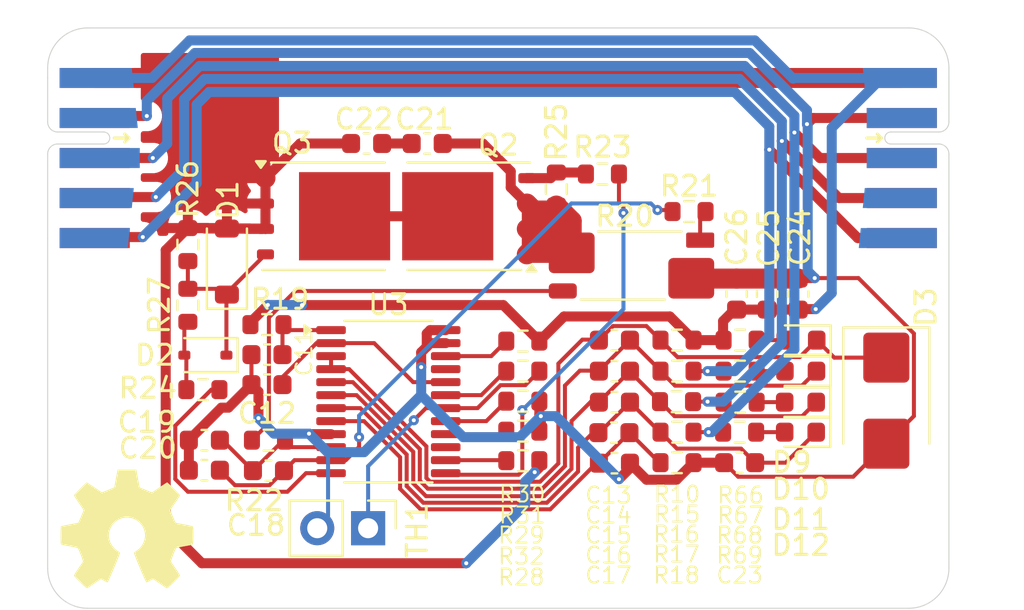
<source format=kicad_pcb>
(kicad_pcb (version 20241229) (generator "pcbnew") (generator_version "9.0")
  (layers (0 "F.Cu" signal) (2 "B.Cu" signal) (13 "F.Paste" user) (15 "B.Paste" user) (5 "F.SilkS" user "F.Silkscreen") (7 "B.SilkS" user "B.Silkscreen") (1 "F.Mask" user) (3 "B.Mask" user) (25 "Edge.Cuts" user))
  (net 0 "")
  (net 1 "/balancer/C4")
  (net 2 "/balancer/C3")
  (net 3 "/balancer/C2")
  (net 4 "/balancer/C1")
  (net 5 "/balancer/C0")
  (net 6 "Net-(U3-AVDD)")
  (net 7 "/balancer/VC4")
  (net 8 "/balancer/VC3")
  (net 9 "/balancer/VC2")
  (net 10 "/balancer/VC1")
  (net 11 "/balancer/VC0")
  (net 12 "/balancer/BMS_SRN")
  (net 13 "/balancer/BMS_SRP")
  (net 14 "Net-(C21-Pad1)")
  (net 15 "Net-(C21-Pad2)")
  (net 16 "GND")
  (net 17 "/balancer/DSG")
  (net 18 "Net-(D2-A)")
  (net 19 "Net-(D9-A)")
  (net 20 "Net-(D10-A)")
  (net 21 "Net-(D11-A)")
  (net 22 "Net-(D12-A)")
  (net 23 "/balancer/CHG")
  (net 24 "Net-(Q2-D)")
  (net 25 "Net-(R20-Pad3)")
  (net 26 "Net-(R20-Pad2)")
  (net 27 "Net-(U3-CHG)")
  (net 28 "Net-(U3-DSG)")
  (net 29 "/balancer/LD")
  (net 30 "Net-(U3-OCDP)")
  (net 31 "/balancer/PRES")
  (net 32 "Net-(U3-TS)")
  (net 33 "Net-(U3-VTB)")
  (net 34 "/balancer/CBI")
  (net 37 "Net-(U3-VDD)")
  (footprint "Resistor_SMD:R_0603_1608Metric" (layer "F.Cu") (at 147 100.825 -90)
    (property "Reference" "R26")
    (property "Value" "3M")
  )
  (footprint "Resistor_SMD:R_0603_1608Metric" (layer "F.Cu") (at 171.4 108.675 180)
    (property "Reference" "R16")
    (property "Value" "33R")
  )
  (footprint "on_edge:on_edge_2x05_host" (layer "F.Cu") (at 185 96.5 -90)
    (property "Reference" "J2")
    (property "Value" "022_battery_cells")
    (fp_line (start -0.7 2.9) (end -0.7 0.5) (stroke (width 0.05)) (layer "Edge.Cuts"))
    (fp_line (start -1.3 0.5) (end -1.3 2.9) (stroke (width 0.05)) (layer "Edge.Cuts"))
    (fp_line (start -4 0) (end -1.8 0) (stroke (width 0.05)) (layer "Edge.Cuts"))
    (fp_line (start -0.2 0) (end 4 0) (stroke (width 0.05)) (layer "Edge.Cuts"))
    (fp_arc (start -0.7 2.9) (mid -1 3.2) (end -1.3 2.9) (stroke (width 0.05)) (layer "Edge.Cuts"))
    (fp_arc (start -0.7 0.5) (mid -0.553553 0.146447) (end -0.2 0) (stroke (width 0.05)) (layer "Edge.Cuts"))
    (fp_arc (start -1.8 0) (mid -1.446447 0.146447) (end -1.3 0.5) (stroke (width 0.05)) (layer "Edge.Cuts"))
  )
  (footprint "on_edge:on_edge_2x05_device" (layer "F.Cu") (at 140 96.5 -90)
    (property "Reference" "J1")
    (property "Value" "022_battery_cells")
    (fp_line (start -4 0) (end -1.8 0) (stroke (width 0.05)) (layer "Edge.Cuts"))
    (fp_line (start -0.2 0) (end 4 0) (stroke (width 0.05)) (layer "Edge.Cuts"))
    (fp_line (start -0.7 -0.5) (end -0.7 -2.8) (stroke (width 0.05)) (layer "Edge.Cuts"))
    (fp_line (start -1.3 -2.8) (end -1.3 -0.5) (stroke (width 0.05)) (layer "Edge.Cuts"))
    (fp_arc (start -0.2 0) (mid -0.553553 -0.146447) (end -0.7 -0.5) (stroke (width 0.05)) (layer "Edge.Cuts"))
    (fp_arc (start -1.3 -0.5) (mid -1.446447 -0.146447) (end -1.8 0) (stroke (width 0.05)) (layer "Edge.Cuts"))
    (fp_arc (start -1.3 -2.8) (mid -1 -3.1) (end -0.7 -2.8) (stroke (width 0.05)) (layer "Edge.Cuts"))
  )
  (footprint "Package_TO_SOT_SMD:TDSON-8-1" (layer "F.Cu") (at 161.025 99.41 180)
    (property "Reference" "Q2")
    (property "Value" "CSD18534Q5A")
  )
  (footprint "Capacitor_SMD:C_0603_1608Metric" (layer "F.Cu") (at 168.3 107.15)
    (property "Reference" "C14")
    (property "Value" "1uF")
  )
  (footprint "Resistor_SMD:R_0603_1608Metric" (layer "F.Cu") (at 172.025 99.175 180)
    (property "Reference" "R21")
    (property "Value" "100R")
  )
  (footprint "Package_TO_SOT_SMD:TDSON-8-1" (layer "F.Cu") (at 153.775 99.41)
    (property "Reference" "Q3")
    (property "Value" "CSD18534Q5A")
  )
  (footprint "Symbol:OSHW-Symbol_6.7x6mm_SilkScreen" (layer "F.Cu") (at 143.95 115.05)
    (property "Reference" "LOGO1" (hide yes))
    (property "Value" "Logo_Open_Hardware_Small" (hide yes))
  )
  (footprint "Capacitor_SMD:C_0603_1608Metric" (layer "F.Cu") (at 175.925 103.3 90)
    (property "Reference" "C25")
    (property "Value" "10uF")
  )
  (footprint "Capacitor_SMD:C_0603_1608Metric" (layer "F.Cu") (at 150.95 106.325 180)
    (property "Reference" "C11")
    (property "Value" "1uF")
  )
  (footprint "LED_SMD:LED_0603_1608Metric" (layer "F.Cu") (at 177.6 107.15 180)
    (property "Reference" "D10")
    (property "Value" "C3 LED")
  )
  (footprint "Package_SO:TSSOP-24_4.4x7.8mm_P0.65mm" (layer "F.Cu") (at 157.0125 108.675)
    (property "Reference" "U3")
    (property "Value" "BQ7791501PWR")
  )
  (footprint "Resistor_SMD:R_0603_1608Metric" (layer "F.Cu") (at 171.425 107.15 180)
    (property "Reference" "R15")
    (property "Value" "33R")
  )
  (footprint "Capacitor_SMD:C_0603_1608Metric" (layer "F.Cu") (at 174.4 103.3 90)
    (property "Reference" "C26")
    (property "Value" "100nF")
  )
  (footprint "Resistor_SMD:R_0603_1608Metric" (layer "F.Cu") (at 171.425 111.725 180)
    (property "Reference" "R18")
    (property "Value" "33R")
  )
  (footprint "Resistor_SMD:R_0603_1608Metric" (layer "F.Cu") (at 174.575 108.7)
    (property "Reference" "R68")
    (property "Value" "1k")
  )
  (footprint "Resistor_SMD:R_0603_1608Metric" (layer "F.Cu") (at 174.575 107.15)
    (property "Reference" "R67")
    (property "Value" "1k")
  )
  (footprint "Resistor_SMD:R_0603_1608Metric" (layer "F.Cu") (at 165.4 98.05 90)
    (property "Reference" "R25")
    (property "Value" "10M")
  )
  (footprint "LED_SMD:LED_0603_1608Metric" (layer "F.Cu") (at 177.5875 110.2 180)
    (property "Reference" "D12")
    (property "Value" "C1 LED")
  )
  (footprint "Capacitor_SMD:C_0603_1608Metric" (layer "F.Cu") (at 177.475 103.3 90)
    (property "Reference" "C24")
    (property "Value" "10uF")
  )
  (footprint "Resistor_SMD:R_0603_1608Metric" (layer "F.Cu") (at 151.025 110.6)
    (property "Reference" "R22")
    (property "Value" "100R")
  )
  (footprint "Resistor_SMD:R_0603_1608Metric" (layer "F.Cu") (at 163.725 111.625 180)
    (property "Reference" "R28")
    (property "Value" "470k")
  )
  (footprint "Resistor_SMD:R_0603_1608Metric" (layer "F.Cu") (at 147.75 108.075 180)
    (property "Reference" "R24")
    (property "Value" "5.1k")
  )
  (footprint "Resistor_SMD:R_0603_1608Metric" (layer "F.Cu") (at 163.725 107.15)
    (property "Reference" "R31")
    (property "Value" "10k")
  )
  (footprint "Resistor_SMD:R_0603_1608Metric" (layer "F.Cu") (at 171.425 110.2 180)
    (property "Reference" "R17")
    (property "Value" "33R")
  )
  (footprint "Resistor_SMD:R_0603_1608Metric" (layer "F.Cu") (at 171.425 105.6 180)
    (property "Reference" "R10")
    (property "Value" "33R")
  )
  (footprint "Capacitor_SMD:C_0603_1608Metric" (layer "F.Cu") (at 168.3 108.7)
    (property "Reference" "C15")
    (property "Value" "1uF")
  )
  (footprint "Resistor_SMD:R_0603_1608Metric" (layer "F.Cu") (at 150.95 104.825)
    (property "Reference" "R19")
    (property "Value" "1k")
  )
  (footprint "Capacitor_SMD:C_0603_1608Metric" (layer "F.Cu") (at 168.3 105.6)
    (property "Reference" "C13")
    (property "Value" "1uF")
  )
  (footprint "Resistor_SMD:R_0603_1608Metric" (layer "F.Cu") (at 163.725 105.65)
    (property "Reference" "R30")
    (property "Value" "10k")
  )
  (footprint "Capacitor_SMD:C_0603_1608Metric" (layer "F.Cu") (at 150.95 107.825 180)
    (property "Reference" "C12")
    (property "Value" "1uF")
  )
  (footprint "Connector_PinHeader_2.54mm:PinHeader_1x02_P2.54mm_Vertical" (layer "F.Cu") (at 156 115 -90)
    (property "Reference" "TH1")
    (property "Value" "103AT 10k")
  )
  (footprint "LED_SMD:LED_0603_1608Metric" (layer "F.Cu") (at 177.6125 105.6 180)
    (property "Reference" "D9")
    (property "Value" "C4 LED")
  )
  (footprint "Capacitor_SMD:C_0603_1608Metric" (layer "F.Cu") (at 147.825 112.1 180)
    (property "Reference" "C20")
    (property "Value" "0.1uF")
  )
  (footprint "Capacitor_SMD:C_0603_1608Metric" (layer "F.Cu") (at 155.925 95.775 180)
    (property "Reference" "C22")
    (property "Value" "0.1uF")
  )
  (footprint "LED_SMD:LED_0603_1608Metric" (layer "F.Cu") (at 177.5875 108.7 180)
    (property "Reference" "D11")
    (property "Value" "C2 LED")
  )
  (footprint "Resistor_SMD:R_Shunt_Vishay_WSK2512_6332Metric_T1.19mm" (layer "F.Cu") (at 169.15 101.875 180)
    (property "Reference" "R20")
    (property "Value" "15mΩ SHUNT RLP25FEER015")
  )
  (footprint "Capacitor_SMD:C_0603_1608Metric" (layer "F.Cu") (at 168.275 110.225)
    (property "Reference" "C16")
    (property "Value" "1uF")
  )
  (footprint "Resistor_SMD:R_0603_1608Metric" (layer "F.Cu") (at 163.725 110.15)
    (property "Reference" "R32")
    (property "Value" "10k")
  )
  (footprint "Capacitor_SMD:C_0603_1608Metric" (layer "F.Cu") (at 151.025 112.125 180)
    (property "Reference" "C18")
    (property "Value" "0.1uF")
  )
  (footprint "Diode_SMD:D_SOD-323" (layer "F.Cu") (at 147.875 106.35 180)
    (property "Reference" "D2")
    (property "Value" "BAS316")
  )
  (footprint "Capacitor_SMD:C_0603_1608Metric" (layer "F.Cu") (at 168.3 111.75)
    (property "Reference" "C17")
    (property "Value" "1uF")
  )
  (footprint "Diode_SMD:D_SOD-123" (layer "F.Cu") (at 148.95 101.675 90)
    (property "Reference" "D1")
    (property "Value" "MMSZ5248B")
  )
  (footprint "Resistor_SMD:R_0603_1608Metric" (layer "F.Cu") (at 167.7 97.3 180)
    (property "Reference" "R23")
    (property "Value" "5.1k")
  )
  (footprint "Capacitor_SMD:C_0603_1608Metric" (layer "F.Cu") (at 158.95 95.775 180)
    (property "Reference" "C21")
    (property "Value" "0.1uF")
  )
  (footprint "Resistor_SMD:R_0603_1608Metric" (layer "F.Cu") (at 174.55 110.2)
    (property "Reference" "R69")
    (property "Value" "1k")
  )
  (footprint "Capacitor_SMD:C_0603_1608Metric" (layer "F.Cu") (at 174.55 111.725 180)
    (property "Reference" "C23")
    (property "Value" "1uF")
  )
  (footprint "Capacitor_SMD:C_0603_1608Metric" (layer "F.Cu") (at 147.825 110.6 180)
    (property "Reference" "C19")
    (property "Value" "0.1uF")
  )
  (footprint "Resistor_SMD:R_0603_1608Metric" (layer "F.Cu") (at 147 103.86 90)
    (property "Reference" "R27")
    (property "Value" "1M")
  )
  (footprint "Diode_SMD:D_SMB" (layer "F.Cu") (at 181.875 108.625 -90)
    (property "Reference" "D3")
    (property "Value" "SMBJ26A-13-F")
  )
  (footprint "Resistor_SMD:R_0603_1608Metric" (layer "F.Cu") (at 163.725 108.65)
    (property "Reference" "R29")
    (property "Value" "100k")
  )
  (footprint "Resistor_SMD:R_0603_1608Metric" (layer "F.Cu") (at 174.575 105.6)
    (property "Reference" "R66")
    (property "Value" "1k")
  )
  (gr_line (start 142 90) (end 183 90) (stroke (width 0.05)) (layer "Edge.Cuts"))
  (gr_arc (start 185 117) (mid 184.414214 118.414214) (end 183 119) (stroke (width 0.05)) (layer "Edge.Cuts"))
  (gr_line (start 183 119) (end 142 119) (stroke (width 0.05)) (layer "Edge.Cuts"))
  (gr_arc (start 183 90) (mid 184.414214 90.585786) (end 185 92) (stroke (width 0.05)) (layer "Edge.Cuts"))
  (gr_line (start 140 92.5) (end 140 92) (stroke (width 0.05)) (layer "Edge.Cuts"))
  (gr_arc (start 142 119) (mid 140.585786 118.414214) (end 140 117) (stroke (width 0.05)) (layer "Edge.Cuts"))
  (gr_line (start 185 117) (end 185 100.5) (stroke (width 0.05)) (layer "Edge.Cuts"))
  (gr_line (start 140 117) (end 140 100.5) (stroke (width 0.05)) (layer "Edge.Cuts"))
  (gr_arc (start 140 92) (mid 140.585786 90.585786) (end 142 90) (stroke (width 0.05)) (layer "Edge.Cuts"))
  (gr_line (start 185 92.5) (end 185 92) (stroke (width 0.05)) (layer "Edge.Cuts"))
  (segment (start 173.725 105.575) (end 173.75 105.6) (width 0.5) (layer "F.Cu") (net 1))
  (segment (start 164.55 105.65) (end 165.781 104.419) (width 0.5) (layer "F.Cu") (net 1))
  (segment (start 150.125 104.713182) (end 150.994091 103.844091) (width 0.5) (layer "F.Cu") (net 1))
  (segment (start 174.4 104.075) (end 174.3 104.075) (width 0.5) (layer "F.Cu") (net 1))
  (segment (start 177.475 104.075) (end 175.925 104.075) (width 0.5) (layer "F.Cu") (net 1))
  (segment (start 177.5 104.05) (end 177.475 104.075) (width 0.5) (layer "F.Cu") (net 1))
  (segment (start 152.7 103.85) (end 162.75 103.85) (width 0.5) (layer "F.Cu") (net 1))
  (segment (start 162.75 103.85) (end 164.55 105.65) (width 0.5) (layer "F.Cu") (net 1))
  (segment (start 150.125 104.825) (end 150.125 104.713182) (width 0.5) (layer "F.Cu") (net 1))
  (segment (start 174.3 104.075) (end 173.725 104.65) (width 0.5) (layer "F.Cu") (net 1))
  (segment (start 172.25 105.6) (end 173.75 105.6) (width 0.5) (layer "F.Cu") (net 1))
  (segment (start 175.925 104.075) (end 174.4 104.075) (width 0.5) (layer "F.Cu") (net 1))
  (segment (start 178.35 104.05) (end 177.5 104.05) (width 0.5) (layer "F.Cu") (net 1))
  (segment (start 171.069 104.419) (end 172.25 105.6) (width 0.5) (layer "F.Cu") (net 1))
  (segment (start 173.725 104.65) (end 173.725 105.575) (width 0.5) (layer "F.Cu") (net 1))
  (segment (start 165.781 104.419) (end 171.069 104.419) (width 0.5) (layer "F.Cu") (net 1))
  (via (at 152.7 103.85) (size 0.5) (drill 0.2) (layers "F.Cu" "B.Cu") (net 1))
  (via (at 178.35 104.05) (size 0.5) (drill 0.2) (layers "F.Cu" "B.Cu") (net 1))
  (via (at 150.994091 103.844091) (size 0.5) (drill 0.2) (layers "F.Cu" "B.Cu") (net 1))
  (segment (start 145.211874 92.5) (end 147.089874 90.622) (width 0.5) (layer "B.Cu") (net 1))
  (segment (start 142.4 92.5) (end 145.211874 92.5) (width 0.5) (layer "B.Cu") (net 1))
  (segment (start 181.644 92.5) (end 179.15 94.994) (width 0.5) (layer "B.Cu") (net 1))
  (segment (start 175.310126 90.622) (end 177.219063 92.530937) (width 0.5) (layer "B.Cu") (net 1))
  (segment (start 177.25 92.5) (end 182.6 92.5) (width 0.5) (layer "B.Cu") (net 1))
  (segment (start 182.6 92.5) (end 181.644 92.5) (width 0.5) (layer "B.Cu") (net 1))
  (segment (start 177.219063 92.530937) (end 177.25 92.5) (width 0.5) (layer "B.Cu") (net 1))
  (segment (start 179.15 94.994) (end 179.15 103.25) (width 0.5) (layer "B.Cu") (net 1))
  (segment (start 179.15 103.25) (end 178.35 104.05) (width 0.5) (layer "B.Cu") (net 1))
  (segment (start 147.089874 90.622) (end 175.310126 90.622) (width 0.5) (layer "B.Cu") (net 1))
  (segment (start 152.694091 103.844091) (end 152.7 103.85) (width 0.5) (layer "B.Cu") (net 1))
  (segment (start 150.994091 103.844091) (end 152.694091 103.844091) (width 0.5) (layer "B.Cu") (net 1))
  (segment (start 172.25 107.15) (end 172.95 107.15) (width 0.2) (layer "F.Cu") (net 2))
  (segment (start 142.4 100.45) (end 142.35 100.5) (width 0.5) (layer "F.Cu") (net 2))
  (segment (start 180.45 100.5) (end 182.65 100.5) (width 0.5) (layer "F.Cu") (net 2))
  (segment (start 144.75 100.45) (end 142.4 100.45) (width 0.5) (layer "F.Cu") (net 2))
  (segment (start 176.032189 96.082189) (end 180.45 100.5) (width 0.5) (layer "F.Cu") (net 2))
  (segment (start 172.95 107.15) (end 173.75 107.15) (width 0.2) (layer "F.Cu") (net 2))
  (via (at 176.032189 96.082189) (size 0.5) (drill 0.2) (layers "F.Cu" "B.Cu") (net 2))
  (via (at 172.95 107.15) (size 0.5) (drill 0.2) (layers "F.Cu" "B.Cu") (net 2))
  (via (at 144.75 100.45) (size 0.5) (drill 0.2) (layers "F.Cu" "B.Cu") (net 2))
  (segment (start 176.032189 96.082189) (end 176.032189 94.932189) (width 0.5) (layer "B.Cu") (net 2))
  (segment (start 176.032189 105.417811) (end 174.3 107.15) (width 0.5) (layer "B.Cu") (net 2))
  (segment (start 148.064378 93.2) (end 147.441126 93.823252) (width 0.5) (layer "B.Cu") (net 2))
  (segment (start 176.032189 96.082189) (end 176.032189 105.417811) (width 0.5) (layer "B.Cu") (net 2))
  (segment (start 174.3 107.15) (end 172.95 107.15) (width 0.5) (layer "B.Cu") (net 2))
  (segment (start 174.3 93.2) (end 148.064378 93.2) (width 0.5) (layer "B.Cu") (net 2))
  (segment (start 147.441126 93.823252) (end 147.441126 97.758874) (width 0.5) (layer "B.Cu") (net 2))
  (segment (start 147.441126 97.758874) (end 144.75 100.45) (width 0.5) (layer "B.Cu") (net 2))
  (segment (start 176.032189 94.932189) (end 174.3 93.2) (width 0.5) (layer "B.Cu") (net 2))
  (segment (start 172.95 108.675) (end 173.725 108.675) (width 0.2) (layer "F.Cu") (net 3))
  (segment (start 179.509189 98.5) (end 182.65 98.5) (width 0.5) (layer "F.Cu") (net 3))
  (segment (start 142.4 98.45) (end 142.35 98.5) (width 0.5) (layer "F.Cu") (net 3))
  (segment (start 172.225 108.675) (end 172.95 108.675) (width 0.2) (layer "F.Cu") (net 3))
  (segment (start 176.659189 95.65) (end 179.509189 98.5) (width 0.5) (layer "F.Cu") (net 3))
  (segment (start 173.725 108.675) (end 173.75 108.7) (width 0.2) (layer "F.Cu") (net 3))
  (segment (start 145.4 98.45) (end 142.4 98.45) (width 0.5) (layer "F.Cu") (net 3))
  (via (at 145.4 98.45) (size 0.5) (drill 0.2) (layers "F.Cu" "B.Cu") (net 3))
  (via (at 176.659189 95.65) (size 0.5) (drill 0.2) (layers "F.Cu" "B.Cu") (net 3))
  (via (at 172.95 108.675) (size 0.5) (drill 0.2) (layers "F.Cu" "B.Cu") (net 3))
  (segment (start 146.813126 97.036874) (end 145.4 98.45) (width 0.5) (layer "B.Cu") (net 3))
  (segment (start 147.826252 92.55) (end 146.813126 93.563126) (width 0.5) (layer "B.Cu") (net 3))
  (segment (start 176.659189 95.65) (end 176.659189 94.659189) (width 0.5) (layer "B.Cu") (net 3))
  (segment (start 176.659189 94.659189) (end 174.55 92.55) (width 0.5) (layer "B.Cu") (net 3))
  (segment (start 174.55 92.55) (end 147.826252 92.55) (width 0.5) (layer "B.Cu") (net 3))
  (segment (start 176.659189 95.65) (end 176.659189 105.740811) (width 0.5) (layer "B.Cu") (net 3))
  (segment (start 146.813126 93.563126) (end 146.813126 97.036874) (width 0.5) (layer "B.Cu") (net 3))
  (segment (start 173.725 108.675) (end 172.95 108.675) (width 0.5) (layer "B.Cu") (net 3))
  (segment (start 176.659189 105.740811) (end 173.725 108.675) (width 0.5) (layer "B.Cu") (net 3))
  (segment (start 145.25 96.5) (end 142.35 96.5) (width 0.5) (layer "F.Cu") (net 4))
  (segment (start 172.25 110.2) (end 173 110.2) (width 0.2) (layer "F.Cu") (net 4))
  (segment (start 177.286189 95.227049) (end 178.55914 96.5) (width 0.5) (layer "F.Cu") (net 4))
  (segment (start 173 110.2) (end 173.725 110.2) (width 0.2) (layer "F.Cu") (net 4))
  (segment (start 178.55914 96.5) (end 182.65 96.5) (width 0.5) (layer "F.Cu") (net 4))
  (via (at 173 110.2) (size 0.5) (drill 0.2) (layers "F.Cu" "B.Cu") (net 4))
  (via (at 177.286189 95.227049) (size 0.5) (drill 0.2) (layers "F.Cu" "B.Cu") (net 4))
  (via (at 145.25 96.5) (size 0.5) (drill 0.2) (layers "F.Cu" "B.Cu") (net 4))
  (segment (start 173.15 110.2) (end 173 110.2) (width 0.5) (layer "B.Cu") (net 4))
  (segment (start 177.286189 106.063811) (end 173.15 110.2) (width 0.5) (layer "B.Cu") (net 4))
  (segment (start 177.286189 95.227049) (end 177.286189 94.386189) (width 0.5) (layer "B.Cu") (net 4))
  (segment (start 177.286189 95.227049) (end 177.286189 106.063811) (width 0.5) (layer "B.Cu") (net 4))
  (segment (start 145.969063 95.780937) (end 145.25 96.5) (width 0.5) (layer "B.Cu") (net 4))
  (segment (start 174.8 91.9) (end 147.588126 91.9) (width 0.5) (layer "B.Cu") (net 4))
  (segment (start 145.969063 93.519063) (end 145.969063 95.780937) (width 0.5) (layer "B.Cu") (net 4))
  (segment (start 147.588126 91.9) (end 145.969063 93.519063) (width 0.5) (layer "B.Cu") (net 4))
  (segment (start 177.286189 94.386189) (end 174.8 91.9) (width 0.5) (layer "B.Cu") (net 4))
  (segment (start 150.175 107.825) (end 150.175 106.325) (width 0.2) (layer "F.Cu") (net 5))
  (segment (start 158.929367 105.270633) (end 158.929367 105.929367) (width 0.5) (layer "F.Cu") (net 5))
  (segment (start 164.55 109.325) (end 164.625 109.4) (width 0.5) (layer "F.Cu") (net 5))
  (segment (start 148.675 108.975) (end 149.025 108.975) (width 0.5) (layer "F.Cu") (net 5))
  (segment (start 180.482922 102.5) (end 178.3 102.5) (width 0.2) (layer "F.Cu") (net 5))
  (segment (start 169.075 112) (end 168.525 112.55) (width 0.5) (layer "F.Cu") (net 5))
  (segment (start 177.5 102.5) (end 177.475 102.525) (width 0.5) (layer "F.Cu") (net 5))
  (segment (start 177.475 102.525) (end 175.925 102.525) (width 1) (layer "F.Cu") (net 5))
  (segment (start 173.775 111.725) (end 172.25 111.725) (width 0.5) (layer "F.Cu") (net 5))
  (segment (start 174.4 102.525) (end 172.15 102.525) (width 1) (layer "F.Cu") (net 5))
  (segment (start 178.219073 94.5) (end 182.65 94.5) (width 0.5) (layer "F.Cu") (net 5))
  (segment (start 149.025 108.975) (end 150.175 107.825) (width 0.5) (layer "F.Cu") (net 5))
  (segment (start 142.45 94.4) (end 142.35 94.5) (width 0.5) (layer "F.Cu") (net 5))
  (segment (start 181.875 110.775) (end 183.253 109.397) (width 0.2) (layer "F.Cu") (net 5))
  (segment (start 180.222 112.428) (end 174.478 112.428) (width 0.2) (layer "F.Cu") (net 5))
  (segment (start 177.475 102.525) (end 172.15 102.525) (width 0.5) (layer "F.Cu") (net 5))
  (segment (start 175.925 102.525) (end 174.4 102.525) (width 1) (layer "F.Cu") (net 5))
  (segment (start 177.913189 94.805884) (end 178.219073 94.5) (width 0.5) (layer "F.Cu") (net 5))
  (segment (start 164.55 108.65) (end 164.55 109.325) (width 0.5) (layer "F.Cu") (net 5))
  (segment (start 164.625 110.075) (end 164.55 110.15) (width 0.5) (layer "F.Cu") (net 5))
  (segment (start 169.075 111.75) (end 169.075 112) (width 0.5) (layer "F.Cu") (net 5))
  (segment (start 150.525 108.175) (end 150.175 107.825) (width 0.5) (layer "F.Cu") (net 5))
  (segment (start 153.075 110.3) (end 153.05 110.275) (width 0.5) (layer "F.Cu") (net 5))
  (segment (start 159.1 105.1) (end 158.929367 105.270633) (width 0.5) (layer "F.Cu") (net 5))
  (segment (start 147.05 110.6) (end 148.675 108.975) (width 0.5) (layer "F.Cu") (net 5))
  (segment (start 171.397 112.578) (end 169.903 112.578) (width 0.5) (layer "F.Cu") (net 5))
  (segment (start 174.478 112.428) (end 173.775 111.725) (width 0.2) (layer "F.Cu") (net 5))
  (segment (start 147.05 112.1) (end 147.05 110.6) (width 0.5) (layer "F.Cu") (net 5))
  (segment (start 159.875 105.1) (end 159.1 105.1) (width 0.5) (layer "F.Cu") (net 5))
  (segment (start 172.15 102.525) (end 172.135 102.51) (width 1) (layer "F.Cu") (net 5))
  (segment (start 159.875 105.75) (end 159.108734 105.75) (width 0.5) (layer "F.Cu") (net 5))
  (segment (start 158.65 106.208734) (end 158.65 106.95) (width 0.5) (layer "F.Cu") (net 5))
  (segment (start 164.625 109.4) (end 164.625 110.075) (width 0.5) (layer "F.Cu") (net 5))
  (segment (start 154.15 110.3) (end 153.075 110.3) (width 0.5) (layer "F.Cu") (net 5))
  (segment (start 181.875 110.775) (end 180.222 112.428) (width 0.2) (layer "F.Cu") (net 5))
  (segment (start 159.108734 105.75) (end 158.929367 105.929367) (width 0.5) (layer "F.Cu") (net 5))
  (segment (start 144.95 94.4) (end 142.45 94.4) (width 0.5) (layer "F.Cu") (net 5))
  (segment (start 150.525 109.5) (end 150.525 108.175) (width 0.5) (layer "F.Cu") (net 5))
  (segment (start 172.25 111.725) (end 171.397 112.578) (width 0.5) (layer "F.Cu") (net 5))
  (segment (start 183.253 105.270078) (end 180.482922 102.5) (width 0.2) (layer "F.Cu") (net 5))
  (segment (start 169.903 112.578) (end 169.075 111.75) (width 0.5) (layer "F.Cu") (net 5))
  (segment (start 183.253 109.397) (end 183.253 105.270078) (width 0.2) (layer "F.Cu") (net 5))
  (segment (start 158.929367 105.929367) (end 158.65 106.208734) (width 0.5) (layer "F.Cu") (net 5))
  (segment (start 178.3 102.5) (end 177.5 102.5) (width 0.5) (layer "F.Cu") (net 5))
  (via (at 177.913189 94.805884) (size 0.5) (drill 0.2) (layers "F.Cu" "B.Cu") (net 5))
  (via (at 178.3 102.5) (size 0.5) (drill 0.2) (layers "F.Cu" "B.Cu") (net 5))
  (via (at 164.625 109.4) (size 0.5) (drill 0.2) (layers "F.Cu" "B.Cu") (net 5))
  (via (at 158.65 106.95) (size 0.5) (drill 0.2) (layers "F.Cu" "B.Cu") (net 5))
  (via (at 150.525 109.5) (size 0.5) (drill 0.2) (layers "F.Cu" "B.Cu") (net 5))
  (via (at 144.95 94.4) (size 0.5) (drill 0.2) (layers "F.Cu" "B.Cu") (net 5))
  (via (at 153.05 110.275) (size 0.5) (drill 0.2) (layers "F.Cu" "B.Cu") (net 5))
  (via (at 168.525 112.55) (size 0.5) (drill 0.2) (layers "F.Cu" "B.Cu") (net 5))
  (segment (start 177.913189 94.113189) (end 175.05 91.25) (width 0.5) (layer "B.Cu") (net 5))
  (segment (start 160.75 110.45) (end 158.65 108.35) (width 0.5) (layer "B.Cu") (net 5))
  (segment (start 144.95 93.65) (end 144.95 94.4) (width 0.5) (layer "B.Cu") (net 5))
  (segment (start 163.575 110.45) (end 160.75 110.45) (width 0.5) (layer "B.Cu") (net 5))
  (segment (start 177.913189 94.805884) (end 177.95 94.842695) (width 0.5) (layer "B.Cu") (net 5))
  (segment (start 177.913189 94.805884) (end 177.913189 94.113189) (width 0.5) (layer "B.Cu") (net 5))
  (segment (start 151.3 110.275) (end 150.525 109.5) (width 0.5) (layer "B.Cu") (net 5))
  (segment (start 153.46 115) (end 154 114.46) (width 0.2) (layer "B.Cu") (net 5))
  (segment (start 154 111.225) (end 153.975 111.2) (width 0.2) (layer "B.Cu") (net 5))
  (segment (start 155.8 111.2) (end 153.975 111.2) (width 0.5) (layer "B.Cu") (net 5))
  (segment (start 158.65 108.35) (end 155.8 111.2) (width 0.5) (layer "B.Cu") (net 5))
  (segment (start 175.05 91.25) (end 147.35 91.25) (width 0.5) (layer "B.Cu") (net 5))
  (segment (start 177.95 102.15) (end 178.3 102.5) (width 0.5) (layer "B.Cu") (net 5))
  (segment (start 177.95 94.842695) (end 177.95 102.15) (width 0.5) (layer "B.Cu") (net 5))
  (segment (start 168.525 112.55) (end 165.375 109.4) (width 0.5) (layer "B.Cu") (net 5))
  (segment (start 153.975 111.2) (end 153.05 110.275) (width 0.5) (layer "B.Cu") (net 5))
  (segment (start 147.35 91.25) (end 144.95 93.65) (width 0.5) (layer "B.Cu") (net 5))
  (segment (start 158.65 106.95) (end 158.65 108.35) (width 0.5) (layer "B.Cu") (net 5))
  (segment (start 164.625 109.4) (end 163.575 110.45) (width 0.5) (layer "B.Cu") (net 5))
  (segment (start 165.375 109.4) (end 164.625 109.4) (width 0.5) (layer "B.Cu") (net 5))
  (segment (start 153.05 110.275) (end 151.3 110.275) (width 0.5) (layer "B.Cu") (net 5))
  (segment (start 154 114.46) (end 154 111.225) (width 0.2) (layer "B.Cu") (net 5))
  (segment (start 159.875 107.7) (end 158.25 107.7) (width 0.2) (layer "F.Cu") (net 6))
  (segment (start 158.25 107.7) (end 156.3 105.75) (width 0.2) (layer "F.Cu") (net 6))
  (segment (start 154.15 105.75) (end 153.421874 105.75) (width 0.2) (layer "F.Cu") (net 6))
  (segment (start 151.725 107.446874) (end 151.725 107.825) (width 0.2) (layer "F.Cu") (net 6))
  (segment (start 153.421874 105.75) (end 151.725 107.446874) (width 0.2) (layer "F.Cu") (net 6))
  (segment (start 156.3 105.75) (end 154.15 105.75) (width 0.2) (layer "F.Cu") (net 6))
  (segment (start 164.582824 112.678) (end 165.5 111.760824) (width 0.2) (layer "F.Cu") (net 7))
  (segment (start 179.275 106.475) (end 178.4 105.6) (width 0.2) (layer "F.Cu") (net 7))
  (segment (start 177.553 106.447) (end 171.447 106.447) (width 0.2) (layer "F.Cu") (net 7))
  (segment (start 154.15 107.05) (end 155.05 107.05) (width 0.2) (layer "F.Cu") (net 7))
  (segment (start 165.5 111.760824) (end 165.5 106.775) (width 0.2) (layer "F.Cu") (net 7))
  (segment (start 154.15 106.4) (end 154.15 107.05) (width 0.2) (layer "F.Cu") (net 7))
  (segment (start 171.447 106.447) (end 170.6 105.6) (width 0.2) (layer "F.Cu") (net 7))
  (segment (start 155.05 107.05) (end 158.9095 110.9095) (width 0.2) (layer "F.Cu") (net 7))
  (segment (start 159.098866 112.678) (end 164.582824 112.678) (width 0.2) (layer "F.Cu") (net 7))
  (segment (start 165.5 106.775) (end 166.7 105.575) (width 0.2) (layer "F.Cu") (net 7))
  (segment (start 178.4 105.6) (end 177.553 106.447) (width 0.2) (layer "F.Cu") (net 7))
  (segment (start 158.9095 110.9095) (end 158.9095 112.488634) (width 0.2) (layer "F.Cu") (net 7))
  (segment (start 168.228 104.897) (end 169.897 104.897) (width 0.2) (layer "F.Cu") (net 7))
  (segment (start 169.897 104.897) (end 170.6 105.6) (width 0.2) (layer "F.Cu") (net 7))
  (segment (start 167.5 105.575) (end 167.525 105.6) (width 0.2) (layer "F.Cu") (net 7))
  (segment (start 166.7 105.575) (end 167.5 105.575) (width 0.2) (layer "F.Cu") (net 7))
  (segment (start 167.525 105.6) (end 168.228 104.897) (width 0.2) (layer "F.Cu") (net 7))
  (segment (start 181.875 106.475) (end 179.275 106.475) (width 0.2) (layer "F.Cu") (net 7))
  (segment (start 158.9095 112.488634) (end 159.098866 112.678) (width 0.2) (layer "F.Cu") (net 7))
  (segment (start 170.6 107.125) (end 170.6 107.15) (width 0.2) (layer "F.Cu") (net 8))
  (segment (start 154.15 107.7) (end 155.236138 107.7) (width 0.2) (layer "F.Cu") (net 8))
  (segment (start 177.6625 107.875) (end 171.325 107.875) (width 0.2) (layer "F.Cu") (net 8))
  (segment (start 155.236138 107.7) (end 158.5815 111.045362) (width 0.2) (layer "F.Cu") (net 8))
  (segment (start 158.5815 111.045362) (end 158.5815 112.624496) (width 0.2) (layer "F.Cu") (net 8))
  (segment (start 165.828 107.872) (end 166.575 107.125) (width 0.2) (layer "F.Cu") (net 8))
  (segment (start 165.828 111.896686) (end 165.828 107.872) (width 0.2) (layer "F.Cu") (net 8))
  (segment (start 169.075 105.6) (end 170.6 107.125) (width 0.2) (layer "F.Cu") (net 8))
  (segment (start 178.3875 107.15) (end 177.6625 107.875) (width 0.2) (layer "F.Cu") (net 8))
  (segment (start 167.525 107.15) (end 169.075 105.6) (width 0.2) (layer "F.Cu") (net 8))
  (segment (start 167.5 107.125) (end 167.525 107.15) (width 0.2) (layer "F.Cu") (net 8))
  (segment (start 158.982004 113.025) (end 164.699686 113.025) (width 0.2) (layer "F.Cu") (net 8))
  (segment (start 171.325 107.875) (end 170.6 107.15) (width 0.2) (layer "F.Cu") (net 8))
  (segment (start 166.575 107.125) (end 167.5 107.125) (width 0.2) (layer "F.Cu") (net 8))
  (segment (start 158.5815 112.624496) (end 158.982004 113.025) (width 0.2) (layer "F.Cu") (net 8))
  (segment (start 164.699686 113.025) (end 165.828 111.896686) (width 0.2) (layer "F.Cu") (net 8))
  (segment (start 171.303 109.403) (end 170.575 108.675) (width 0.2) (layer "F.Cu") (net 9))
  (segment (start 169.075 107.15) (end 169.075 107.175) (width 0.2) (layer "F.Cu") (net 9))
  (segment (start 158.2535 111.181224) (end 158.2535 112.760358) (width 0.2) (layer "F.Cu") (net 9))
  (segment (start 177.672 109.403) (end 171.303 109.403) (width 0.2) (layer "F.Cu") (net 9))
  (segment (start 166.156 109.644) (end 167.125 108.675) (width 0.2) (layer "F.Cu") (net 9))
  (segment (start 167.525 108.7) (end 169.075 107.15) (width 0.2) (layer "F.Cu") (net 9))
  (segment (start 167.5 108.675) (end 167.525 108.7) (width 0.2) (layer "F.Cu") (net 9))
  (segment (start 155.422276 108.35) (end 158.2535 111.181224) (width 0.2) (layer "F.Cu") (net 9))
  (segment (start 178.375 108.7) (end 177.672 109.403) (width 0.2) (layer "F.Cu") (net 9))
  (segment (start 154.15 108.35) (end 155.422276 108.35) (width 0.2) (layer "F.Cu") (net 9))
  (segment (start 167.125 108.675) (end 167.5 108.675) (width 0.2) (layer "F.Cu") (net 9))
  (segment (start 169.075 107.175) (end 170.575 108.675) (width 0.2) (layer "F.Cu") (net 9))
  (segment (start 158.2535 112.760358) (end 158.893142 113.4) (width 0.2) (layer "F.Cu") (net 9))
  (segment (start 166.156 112.032548) (end 166.156 109.644) (width 0.2) (layer "F.Cu") (net 9))
  (segment (start 164.788548 113.4) (end 166.156 112.032548) (width 0.2) (layer "F.Cu") (net 9))
  (segment (start 158.893142 113.4) (end 164.788548 113.4) (width 0.2) (layer "F.Cu") (net 9))
  (segment (start 167.475 110.2) (end 167.5 110.225) (width 0.2) (layer "F.Cu") (net 10))
  (segment (start 155.608414 109) (end 157.9255 111.317086) (width 0.2) (layer "F.Cu") (net 10))
  (segment (start 167.55 110.225) (end 169.075 108.7) (width 0.2) (layer "F.Cu") (net 10))
  (segment (start 157.9255 112.89622) (end 158.75728 113.728) (width 0.2) (layer "F.Cu") (net 10))
  (segment (start 158.75728 113.728) (end 164.92441 113.728) (width 0.2) (layer "F.Cu") (net 10))
  (segment (start 157.9255 111.317086) (end 157.9255 112.89622) (width 0.2) (layer "F.Cu") (net 10))
  (segment (start 176.85 111.725) (end 178.375 110.2) (width 0.2) (layer "F.Cu") (net 10))
  (segment (start 154.15 109) (end 155.608414 109) (width 0.2) (layer "F.Cu") (net 10))
  (segment (start 175.325 111.725) (end 174.622 111.022) (width 0.2) (layer "F.Cu") (net 10))
  (segment (start 167.5 110.225) (end 167.55 110.225) (width 0.2) (layer "F.Cu") (net 10))
  (segment (start 169.075 108.7) (end 170.575 110.2) (width 0.2) (layer "F.Cu") (net 10))
  (segment (start 171.422 111.022) (end 170.6 110.2) (width 0.2) (layer "F.Cu") (net 10))
  (segment (start 164.92441 113.728) (end 166.484 112.16841) (width 0.2) (layer "F.Cu") (net 10))
  (segment (start 175.325 111.725) (end 176.85 111.725) (width 0.2) (layer "F.Cu") (net 10))
  (segment (start 170.575 110.2) (end 170.6 110.2) (width 0.2) (layer "F.Cu") (net 10))
  (segment (start 166.484 110.9705) (end 167.2545 110.2) (width 0.2) (layer "F.Cu") (net 10))
  (segment (start 167.2545 110.2) (end 167.475 110.2) (width 0.2) (layer "F.Cu") (net 10))
  (segment (start 174.622 111.022) (end 171.422 111.022) (width 0.2) (layer "F.Cu") (net 10))
  (segment (start 166.484 112.16841) (end 166.484 110.9705) (width 0.2) (layer "F.Cu") (net 10))
  (segment (start 165.094 114.056) (end 167.425 111.725) (width 0.2) (layer "F.Cu") (net 11))
  (segment (start 169.05 110.225) (end 170.55 111.725) (width 0.2) (layer "F.Cu") (net 11))
  (segment (start 170.55 111.725) (end 170.6 111.725) (width 0.2) (layer "F.Cu") (net 11))
  (segment (start 155.794552 109.65) (end 157.5975 111.452948) (width 0.2) (layer "F.Cu") (net 11))
  (segment (start 157.5975 111.452948) (end 157.5975 113.032082) (width 0.2) (layer "F.Cu") (net 11))
  (segment (start 167.5 111.725) (end 167.525 111.75) (width 0.2) (layer "F.Cu") (net 11))
  (segment (start 154.15 109.65) (end 155.794552 109.65) (width 0.2) (layer "F.Cu") (net 11))
  (segment (start 157.5975 113.032082) (end 158.621418 114.056) (width 0.2) (layer "F.Cu") (net 11))
  (segment (start 167.525 111.75) (end 169.05 110.225) (width 0.2) (layer "F.Cu") (net 11))
  (segment (start 158.621418 114.056) (end 165.094 114.056) (width 0.2) (layer "F.Cu") (net 11))
  (segment (start 167.425 111.725) (end 167.5 111.725) (width 0.2) (layer "F.Cu") (net 11))
  (segment (start 149.35 112.85) (end 148.6 112.1) (width 0.2) (layer "F.Cu") (net 12))
  (segment (start 154.887499 111.6) (end 155.55 110.937499) (width 0.2) (layer "F.Cu") (net 12))
  (segment (start 170.45 99.1) (end 171.125 99.1) (width 0.2) (layer "F.Cu") (net 12))
  (segment (start 154.15 111.6) (end 154.887499 111.6) (width 0.2) (layer "F.Cu") (net 12))
  (segment (start 154.15 111.6) (end 152.325 111.6) (width 0.2) (layer "F.Cu") (net 12))
  (segment (start 151.8 112.125) (end 151.075 112.85) (width 0.2) (layer "F.Cu") (net 12))
  (segment (start 152.325 111.6) (end 151.8 112.125) (width 0.2) (layer "F.Cu") (net 12))
  (segment (start 171.125 99.1) (end 171.2 99.175) (width 0.2) (layer "F.Cu") (net 12))
  (segment (start 151.075 112.85) (end 149.35 112.85) (width 0.2) (layer "F.Cu") (net 12))
  (segment (start 155.55 110.937499) (end 155.55 110.45) (width 0.2) (layer "F.Cu") (net 12))
  (via (at 170.45 99.1) (size 0.5) (drill 0.2) (layers "F.Cu" "B.Cu") (net 12))
  (via (at 155.55 110.45) (size 0.5) (drill 0.2) (layers "F.Cu" "B.Cu") (net 12))
  (segment (start 170.122 98.772) (end 170.45 99.1) (width 0.2) (layer "B.Cu") (net 12))
  (segment (start 155.55 109.374006) (end 166.152006 98.772) (width 0.2) (layer "B.Cu") (net 12))
  (segment (start 166.152006 98.772) (end 170.122 98.772) (width 0.2) (layer "B.Cu") (net 12))
  (segment (start 155.55 110.45) (end 155.55 109.374006) (width 0.2) (layer "B.Cu") (net 12))
  (segment (start 151.775 110.6) (end 150.25 112.125) (width 0.2) (layer "F.Cu") (net 13))
  (segment (start 148.6 110.6) (end 148.725 110.6) (width 0.2) (layer "F.Cu") (net 13))
  (segment (start 148.725 110.6) (end 150.25 112.125) (width 0.2) (layer "F.Cu") (net 13))
  (segment (start 152.2 110.95) (end 151.85 110.6) (width 0.2) (layer "F.Cu") (net 13))
  (segment (start 151.85 110.6) (end 151.775 110.6) (width 0.2) (layer "F.Cu") (net 13))
  (segment (start 154.15 110.95) (end 152.2 110.95) (width 0.2) (layer "F.Cu") (net 13))
  (segment (start 163.122 97.972) (end 163.925 98.775) (width 0.5) (layer "F.Cu") (net 14))
  (segment (start 165.12 101.24) (end 163.925 100.045) (width 1) (layer "F.Cu") (net 14))
  (segment (start 164 101.24) (end 163.925 101.315) (width 1) (layer "F.Cu") (net 14))
  (segment (start 166.165 101.015) (end 163.925 98.775) (width 1) (layer "F.Cu") (net 14))
  (segment (start 166.165 101.24) (end 166.165 99.64) (width 1) (layer "F.Cu") (net 14))
  (segment (start 159.725 95.775) (end 161.728814 95.775) (width 0.5) (layer "F.Cu") (net 14))
  (segment (start 163.925 100.045) (end 163.925 101.315) (width 0.5) (layer "F.Cu") (net 14))
  (segment (start 161.728814 95.775) (end 163.122 97.168186) (width 0.5) (layer "F.Cu") (net 14))
  (segment (start 166.165 101.24) (end 166.165 101.015) (width 1) (layer "F.Cu") (net 14))
  (segment (start 166.165 99.64) (end 165.4 98.875) (width 1) (layer "F.Cu") (net 14))
  (segment (start 163.925 98.775) (end 163.925 100.045) (width 0.5) (layer "F.Cu") (net 14))
  (segment (start 166.165 101.24) (end 164 101.24) (width 1) (layer "F.Cu") (net 14))
  (segment (start 165.4 98.875) (end 164.025 98.875) (width 0.5) (layer "F.Cu") (net 14))
  (segment (start 166.165 101.24) (end 165.12 101.24) (width 1) (layer "F.Cu") (net 14))
  (segment (start 164.025 98.875) (end 163.925 98.775) (width 0.5) (layer "F.Cu") (net 14))
  (segment (start 163.122 97.168186) (end 163.122 97.972) (width 0.5) (layer "F.Cu") (net 14))
  (segment (start 156.7 95.775) (end 158.175 95.775) (width 0.5) (layer "F.Cu") (net 15))
  (segment (start 147 100) (end 145.894 101.106) (width 0.5) (layer "F.Cu") (net 16))
  (segment (start 150.875 100.045) (end 150.875 97.505) (width 0.5) (layer "F.Cu") (net 16))
  (segment (start 144.45 92.5) (end 145.87 92.5) (width 1) (layer "F.Cu") (net 16))
  (segment (start 145.87 92.5) (end 150.875 97.505) (width 1) (layer "F.Cu") (net 16))
  (segment (start 164.318122 112.201) (end 164.55 111.969122) (width 0.5) (layer "F.Cu") (net 16))
  (segment (start 145.894 101.106) (end 145.894 114.944) (width 0.5) (layer "F.Cu") (net 16))
  (segment (start 152.605 95.775) (end 150.875 97.505) (width 0.5) (layer "F.Cu") (net 16))
  (segment (start 150.855 100.025) (end 150.875 100.045) (width 0.5) (layer "F.Cu") (net 16))
  (segment (start 147.7 116.75) (end 160.9 116.75) (width 0.5) (layer "F.Cu") (net 16))
  (segment (start 148.925 100) (end 148.95 100.025) (width 0.5) (layer "F.Cu") (net 16))
  (segment (start 182.65 92.5) (end 144.45 92.5) (width 1) (layer "F.Cu") (net 16))
  (segment (start 148.95 100.025) (end 150.855 100.025) (width 0.5) (layer "F.Cu") (net 16))
  (segment (start 147 100) (end 148.925 100) (width 0.5) (layer "F.Cu") (net 16))
  (segment (start 164.55 111.969122) (end 164.55 111.625) (width 0.5) (layer "F.Cu") (net 16))
  (segment (start 142.35 92.5) (end 144.45 92.5) (width 1) (layer "F.Cu") (net 16))
  (segment (start 155.15 95.775) (end 152.605 95.775) (width 0.5) (layer "F.Cu") (net 16))
  (segment (start 145.894 114.944) (end 147.7 116.75) (width 0.5) (layer "F.Cu") (net 16))
  (via (at 164.318122 112.201) (size 0.5) (drill 0.2) (layers "F.Cu" "B.Cu") (net 16))
  (via (at 160.9 116.75) (size 0.5) (drill 0.2) (layers "F.Cu" "B.Cu") (net 16))
  (segment (start 163.85 112.669122) (end 163.85 113.8) (width 0.5) (layer "B.Cu") (net 16))
  (segment (start 164.318122 112.201) (end 163.85 112.669122) (width 0.5) (layer "B.Cu") (net 16))
  (segment (start 163.85 113.8) (end 160.9 116.75) (width 0.5) (layer "B.Cu") (net 16))
  (segment (start 148.925 103.35) (end 148.95 103.325) (width 0.2) (layer "F.Cu") (net 17))
  (segment (start 150.875 101.315) (end 148.95 103.24) (width 0.2) (layer "F.Cu") (net 17))
  (segment (start 148.66 103.035) (end 148.95 103.325) (width 0.2) (layer "F.Cu") (net 17))
  (segment (start 147 103.035) (end 148.66 103.035) (width 0.2) (layer "F.Cu") (net 17))
  (segment (start 147 101.65) (end 147 103.035) (width 0.2) (layer "F.Cu") (net 17))
  (segment (start 148.925 106.35) (end 148.925 103.35) (width 0.2) (layer "F.Cu") (net 17))
  (segment (start 148.95 103.24) (end 148.95 103.325) (width 0.2) (layer "F.Cu") (net 17))
  (segment (start 146.825 106.35) (end 146.825 104.86) (width 0.2) (layer "F.Cu") (net 18))
  (segment (start 146.925 108.075) (end 146.925 106.45) (width 0.2) (layer "F.Cu") (net 18))
  (segment (start 146.925 106.45) (end 146.825 106.35) (width 0.2) (layer "F.Cu") (net 18))
  (segment (start 146.825 104.86) (end 147 104.685) (width 0.2) (layer "F.Cu") (net 18))
  (segment (start 175.4 105.6) (end 176.825 105.6) (width 0.2) (layer "F.Cu") (net 19))
  (segment (start 175.4 107.15) (end 176.8125 107.15) (width 0.2) (layer "F.Cu") (net 20))
  (segment (start 175.4 108.7) (end 176.8 108.7) (width 0.2) (layer "F.Cu") (net 21))
  (segment (start 175.375 110.2) (end 176.8 110.2) (width 0.2) (layer "F.Cu") (net 22))
  (segment (start 165.12 97.505) (end 165.4 97.225) (width 0.5) (layer "F.Cu") (net 23))
  (segment (start 166.8 97.225) (end 166.875 97.3) (width 0.5) (layer "F.Cu") (net 23))
  (segment (start 163.925 97.505) (end 165.12 97.505) (width 0.5) (layer "F.Cu") (net 23))
  (segment (start 165.4 97.225) (end 166.8 97.225) (width 0.5) (layer "F.Cu") (net 23))
  (segment (start 154.825 99.41) (end 159.975 99.41) (width 0.5) (layer "F.Cu") (net 24))
  (segment (start 151.047 109.753) (end 151.047 104.467176) (width 0.2) (layer "F.Cu") (net 25))
  (segment (start 151.047 104.467176) (end 152.369176 103.145) (width 0.2) (layer "F.Cu") (net 25))
  (segment (start 150.2 110.6) (end 151.047 109.753) (width 0.2) (layer "F.Cu") (net 25))
  (segment (start 152.369176 103.145) (end 165.72 103.145) (width 0.2) (layer "F.Cu") (net 25))
  (segment (start 172.58 99.445) (end 172.85 99.175) (width 0.2) (layer "F.Cu") (net 26))
  (segment (start 172.58 100.605) (end 172.58 99.445) (width 0.2) (layer "F.Cu") (net 26))
  (segment (start 159.875 112.25) (end 159.953 112.328) (width 0.2) (layer "F.Cu") (net 27))
  (segment (start 163.515128 112.328) (end 163.7 112.143128) (width 0.2) (layer "F.Cu") (net 27))
  (segment (start 168.75 98.95) (end 168.525 98.725) (width 0.2) (layer "F.Cu") (net 27))
  (segment (start 159.953 112.328) (end 163.515128 112.328) (width 0.2) (layer "F.Cu") (net 27))
  (segment (start 168.75 99.25) (end 168.75 98.95) (width 0.2) (layer "F.Cu") (net 27))
  (segment (start 163.7 112.143128) (end 163.7 109.1) (width 0.2) (layer "F.Cu") (net 27))
  (segment (start 168.525 98.725) (end 168.525 97.3) (width 0.2) (layer "F.Cu") (net 27))
  (via (at 163.7 109.1) (size 0.5) (drill 0.2) (layers "F.Cu" "B.Cu") (net 27))
  (via (at 168.75 99.25) (size 0.5) (drill 0.2) (layers "F.Cu" "B.Cu") (net 27))
  (segment (start 168.75 104.05) (end 168.75 99.25) (width 0.2) (layer "B.Cu") (net 27))
  (segment (start 163.7 109.1) (end 168.75 104.05) (width 0.2) (layer "B.Cu") (net 27))
  (segment (start 146.372 112.543874) (end 146.372 109.878) (width 0.2) (layer "F.Cu") (net 28))
  (segment (start 151.972 113.178) (end 147.006126 113.178) (width 0.2) (layer "F.Cu") (net 28))
  (segment (start 147.006126 113.178) (end 146.372 112.543874) (width 0.2) (layer "F.Cu") (net 28))
  (segment (start 146.372 109.878) (end 148.175 108.075) (width 0.2) (layer "F.Cu") (net 28))
  (segment (start 152.9 112.25) (end 151.972 113.178) (width 0.2) (layer "F.Cu") (net 28))
  (segment (start 148.175 108.075) (end 148.575 108.075) (width 0.2) (layer "F.Cu") (net 28))
  (segment (start 154.15 112.25) (end 152.9 112.25) (width 0.2) (layer "F.Cu") (net 28))
  (segment (start 162.875 111.6) (end 162.9 111.625) (width 0.2) (layer "F.Cu") (net 29))
  (segment (start 159.875 111.6) (end 162.875 111.6) (width 0.2) (layer "F.Cu") (net 29))
  (segment (start 161.9 109.65) (end 162.9 108.65) (width 0.2) (layer "F.Cu") (net 30))
  (segment (start 159.875 109.65) (end 161.9 109.65) (width 0.2) (layer "F.Cu") (net 30))
  (segment (start 159.875 106.4) (end 162.15 106.4) (width 0.2) (layer "F.Cu") (net 31))
  (segment (start 162.15 106.4) (end 162.9 105.65) (width 0.2) (layer "F.Cu") (net 31))
  (segment (start 161.464176 109) (end 162.611176 107.853) (width 0.2) (layer "F.Cu") (net 32))
  (segment (start 163.847 107.853) (end 164.55 107.15) (width 0.2) (layer "F.Cu") (net 32))
  (segment (start 162.611176 107.853) (end 163.847 107.853) (width 0.2) (layer "F.Cu") (net 32))
  (segment (start 159.875 109) (end 158.886712 109) (width 0.2) (layer "F.Cu") (net 32))
  (segment (start 158.886712 109) (end 158.280646 109.606066) (width 0.2) (layer "F.Cu") (net 32))
  (segment (start 159.875 109) (end 161.464176 109) (width 0.2) (layer "F.Cu") (net 32))
  (via (at 158.280646 109.606066) (size 0.5) (drill 0.2) (layers "F.Cu" "B.Cu") (net 32))
  (segment (start 156 111.9) (end 156 115) (width 0.2) (layer "B.Cu") (net 32))
  (segment (start 158.280646 109.606066) (end 158.280646 109.619354) (width 0.2) (layer "B.Cu") (net 32))
  (segment (start 158.280646 109.619354) (end 156 111.9) (width 0.2) (layer "B.Cu") (net 32))
  (segment (start 162.850314 107.15) (end 162.9 107.15) (width 0.2) (layer "F.Cu") (net 33))
  (segment (start 159.875 108.35) (end 161.650314 108.35) (width 0.2) (layer "F.Cu") (net 33))
  (segment (start 161.650314 108.35) (end 162.850314 107.15) (width 0.2) (layer "F.Cu") (net 33))
  (segment (start 159.875 110.3) (end 162.75 110.3) (width 0.2) (layer "F.Cu") (net 34))
  (segment (start 162.75 110.3) (end 162.9 110.15) (width 0.2) (layer "F.Cu") (net 34))
  (segment (start 154.15 105.1) (end 152.05 105.1) (width 0.2) (layer "F.Cu") (net 37))
  (segment (start 151.725 106.325) (end 151.725 104.875) (width 0.2) (layer "F.Cu") (net 37))
  (segment (start 151.725 104.875) (end 151.775 104.825) (width 0.2) (layer "F.Cu") (net 37))
  (segment (start 152.05 105.1) (end 151.775 104.825) (width 0.2) (layer "F.Cu") (net 37))
  (zone (net 16) (net_name "GND") (layer "F.Cu") (connect_pads (clearance 0.508)) (min_thickness 0.25) (fill yes (thermal_gap 0.5) (thermal_bridge_width 0.5))
    (polygon (pts (xy 151.55 100.35) (xy 151.55 91.25) (xy 144.65 91.25) (xy 144.65 100.4)))
  )
)
</source>
